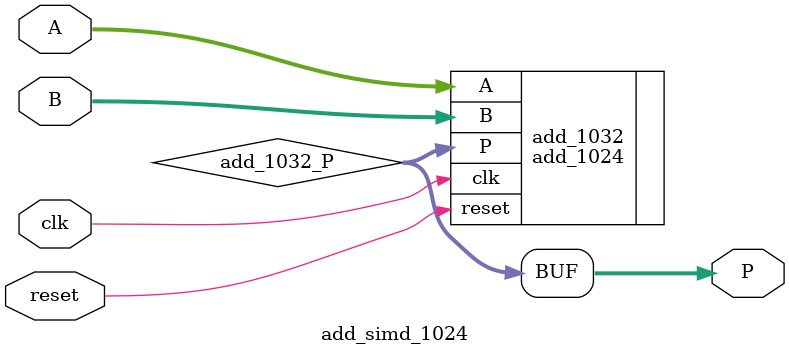
<source format=v>


module add_simd_1024 (
  input      [31:0]   A,
  input      [31:0]   B,
  output     [31:0]   P,
  input               clk,
  input               reset
);
  wire       [31:0]   add_1032_P;

  add_1024 add_1032 (
    .A        (A           ), //i
    .B        (B           ), //i
    .P        (add_1032_P  ), //o
    .clk      (clk         ), //i
    .reset    (reset       )  //i
  );
  assign P = add_1032_P;

endmodule

</source>
